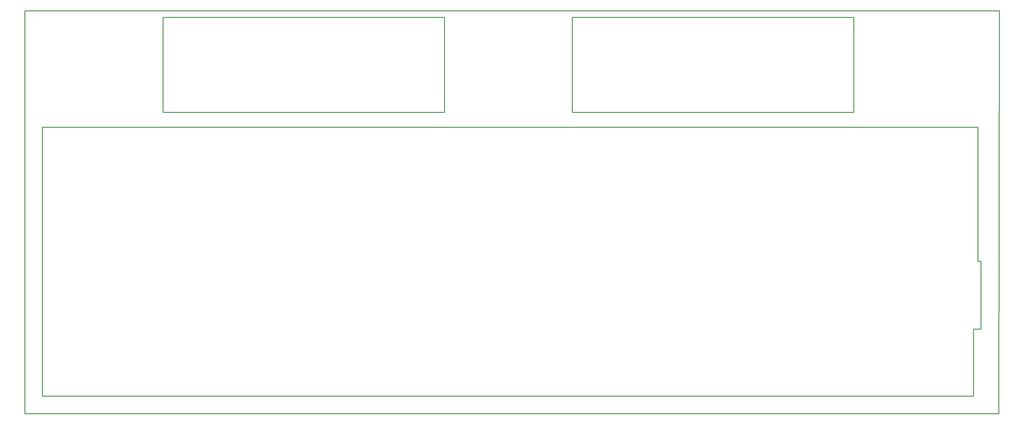
<source format=gko>
G04 Layer: BoardOutlineLayer*
G04 EasyEDA v6.5.34, 2023-08-21 18:11:39*
G04 dd71e021d0d54a55851383f3ff9474c5,5a6b42c53f6a479593ecc07194224c93,10*
G04 Gerber Generator version 0.2*
G04 Scale: 100 percent, Rotated: No, Reflected: No *
G04 Dimensions in millimeters *
G04 leading zeros omitted , absolute positions ,4 integer and 5 decimal *
%FSLAX45Y45*%
%MOMM*%

%ADD10C,0.2540*%
D10*
X0Y9004300D02*
G01*
X0Y11455400D01*
X27698700Y11455400D01*
X27686000Y0D01*
X0Y0D01*
X0Y9004300D01*
X495300Y8140700D02*
G01*
X495300Y495300D01*
X495300Y495300D02*
G01*
X26962100Y495300D01*
X26962100Y495300D02*
G01*
X26962100Y2400300D01*
X26962100Y2400300D02*
G01*
X27178000Y2400300D01*
X27178000Y2400300D02*
G01*
X27178000Y4330700D01*
X27178000Y4330700D02*
G01*
X27089100Y4330700D01*
X27089100Y4330700D02*
G01*
X27089100Y8140700D01*
X27089100Y8140700D02*
G01*
X495300Y8140700D01*
X15557500Y11264900D02*
G01*
X15557500Y8564905D01*
X15557500Y8564905D02*
G01*
X23557484Y8564905D01*
X23557484Y8564905D02*
G01*
X23557484Y11264900D01*
X23557484Y11264900D02*
G01*
X15557500Y11264900D01*
X3924300Y11264900D02*
G01*
X3924300Y8564905D01*
X3924300Y8564905D02*
G01*
X11924284Y8564905D01*
X11924284Y8564905D02*
G01*
X11924284Y11264900D01*
X11924284Y11264900D02*
G01*
X3924300Y11264900D01*

%LPD*%
M02*

</source>
